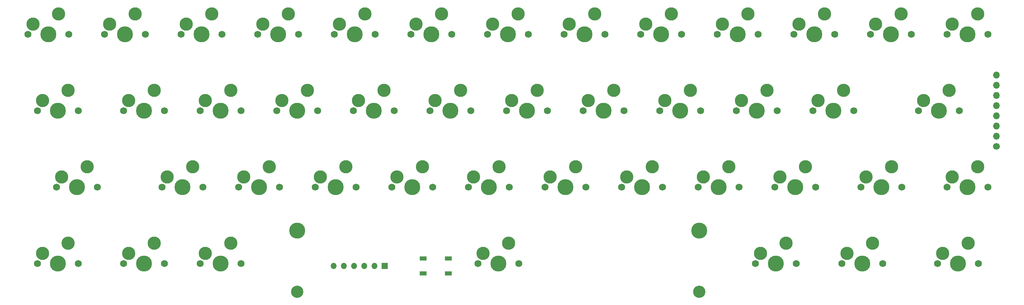
<source format=gbr>
%TF.GenerationSoftware,KiCad,Pcbnew,7.0.1-0*%
%TF.CreationDate,2023-05-30T10:47:41-05:00*%
%TF.ProjectId,pcb,7063622e-6b69-4636-9164-5f7063625858,rev?*%
%TF.SameCoordinates,Original*%
%TF.FileFunction,Soldermask,Top*%
%TF.FilePolarity,Negative*%
%FSLAX46Y46*%
G04 Gerber Fmt 4.6, Leading zero omitted, Abs format (unit mm)*
G04 Created by KiCad (PCBNEW 7.0.1-0) date 2023-05-30 10:47:41*
%MOMM*%
%LPD*%
G01*
G04 APERTURE LIST*
%ADD10C,1.750000*%
%ADD11C,3.987800*%
%ADD12C,3.300000*%
%ADD13O,1.700000X1.700000*%
%ADD14C,1.700000*%
%ADD15C,3.048000*%
%ADD16O,1.524000X1.524000*%
%ADD17R,1.524000X1.524000*%
%ADD18R,1.800000X1.100000*%
G04 APERTURE END LIST*
D10*
%TO.C,MX46*%
X168195762Y-86915698D03*
D11*
X163115762Y-86915698D03*
D10*
X158035762Y-86915698D03*
D12*
X159305762Y-84375698D03*
X165655762Y-81835698D03*
%TD*%
D10*
%TO.C,MX55*%
X151526998Y-105965714D03*
D11*
X146446998Y-105965714D03*
D10*
X141366998Y-105965714D03*
D12*
X142636998Y-103425714D03*
X148986998Y-100885714D03*
%TD*%
D10*
%TO.C,MX47*%
X187245778Y-86915698D03*
D11*
X182165778Y-86915698D03*
D10*
X177085778Y-86915698D03*
D12*
X178355778Y-84375698D03*
X184705778Y-81835698D03*
%TD*%
D13*
%TO.C,J5*%
X270300000Y-58965000D03*
X270300000Y-61505000D03*
X270300000Y-64045000D03*
X270300000Y-66585000D03*
X270300000Y-69125000D03*
X270300000Y-71665000D03*
X270300000Y-74205000D03*
D14*
X270300000Y-76745000D03*
%TD*%
D10*
%TO.C,MX53*%
X41989406Y-105965714D03*
D11*
X36909406Y-105965714D03*
D10*
X31829406Y-105965714D03*
D12*
X33099406Y-103425714D03*
X39449406Y-100885714D03*
%TD*%
D10*
%TO.C,MX54*%
X63420674Y-105965714D03*
D11*
X58340674Y-105965714D03*
D10*
X53260674Y-105965714D03*
D12*
X54530674Y-103425714D03*
X60880674Y-100885714D03*
%TD*%
D10*
%TO.C,MX56*%
X242014574Y-105965714D03*
D11*
X236934574Y-105965714D03*
D10*
X231854574Y-105965714D03*
D12*
X233124574Y-103425714D03*
X239474574Y-100885714D03*
%TD*%
D10*
%TO.C,MX42*%
X91995698Y-86915698D03*
D11*
X86915698Y-86915698D03*
D10*
X81835698Y-86915698D03*
D12*
X83105698Y-84375698D03*
X89455698Y-81835698D03*
%TD*%
D10*
%TO.C,MX57*%
X265827094Y-105965714D03*
D11*
X260747094Y-105965714D03*
D10*
X255667094Y-105965714D03*
D12*
X256937094Y-103425714D03*
X263287094Y-100885714D03*
%TD*%
D10*
%TO.C,MX41*%
X72945682Y-86915698D03*
D11*
X67865682Y-86915698D03*
D10*
X62785682Y-86915698D03*
D12*
X64055682Y-84375698D03*
X70405682Y-81835698D03*
%TD*%
D10*
%TO.C,MX25*%
X249158330Y-48815666D03*
D11*
X244078330Y-48815666D03*
D10*
X238998330Y-48815666D03*
D12*
X240268330Y-46275666D03*
X246618330Y-43735666D03*
%TD*%
D10*
%TO.C,MX22*%
X192008282Y-48815666D03*
D11*
X186928282Y-48815666D03*
D10*
X181848282Y-48815666D03*
D12*
X183118282Y-46275666D03*
X189468282Y-43735666D03*
%TD*%
D10*
%TO.C,MX49*%
X225345810Y-86915698D03*
D11*
X220265810Y-86915698D03*
D10*
X215185810Y-86915698D03*
D12*
X216455810Y-84375698D03*
X222805810Y-81835698D03*
%TD*%
D11*
%TO.C,S1*%
X96440748Y-97710714D03*
D15*
X96440748Y-112950714D03*
D11*
X196453248Y-97710714D03*
D15*
X196453248Y-112950714D03*
%TD*%
D10*
%TO.C,MX19*%
X134858234Y-48815666D03*
D11*
X129778234Y-48815666D03*
D10*
X124698234Y-48815666D03*
D12*
X125968234Y-46275666D03*
X132318234Y-43735666D03*
%TD*%
D10*
%TO.C,MX21*%
X172958266Y-48815666D03*
D11*
X167878266Y-48815666D03*
D10*
X162798266Y-48815666D03*
D12*
X164068266Y-46275666D03*
X170418266Y-43735666D03*
%TD*%
D10*
%TO.C,MX26*%
X82470690Y-105965714D03*
D11*
X77390690Y-105965714D03*
D10*
X72310690Y-105965714D03*
D12*
X73580690Y-103425714D03*
X79930690Y-100885714D03*
%TD*%
D10*
%TO.C,MX16*%
X77708186Y-48815666D03*
D11*
X72628186Y-48815666D03*
D10*
X67548186Y-48815666D03*
D12*
X68818186Y-46275666D03*
X75168186Y-43735666D03*
%TD*%
D10*
%TO.C,MX32*%
X139620738Y-67865682D03*
D11*
X134540738Y-67865682D03*
D10*
X129460738Y-67865682D03*
D12*
X130730738Y-65325682D03*
X137080738Y-62785682D03*
%TD*%
D10*
%TO.C,MX33*%
X158670754Y-67865682D03*
D11*
X153590754Y-67865682D03*
D10*
X148510754Y-67865682D03*
D12*
X149780754Y-65325682D03*
X156130754Y-62785682D03*
%TD*%
D10*
%TO.C,MX37*%
X234870818Y-67865682D03*
D11*
X229790818Y-67865682D03*
D10*
X224710818Y-67865682D03*
D12*
X225980818Y-65325682D03*
X232330818Y-62785682D03*
%TD*%
D10*
%TO.C,MX34*%
X177720770Y-67865682D03*
D11*
X172640770Y-67865682D03*
D10*
X167560770Y-67865682D03*
D12*
X168830770Y-65325682D03*
X175180770Y-62785682D03*
%TD*%
D10*
%TO.C,MX28*%
X63420674Y-67865682D03*
D11*
X58340674Y-67865682D03*
D10*
X53260674Y-67865682D03*
D12*
X54530674Y-65325682D03*
X60880674Y-62785682D03*
%TD*%
D10*
%TO.C,MX45*%
X149145746Y-86915698D03*
D11*
X144065746Y-86915698D03*
D10*
X138985746Y-86915698D03*
D12*
X140255746Y-84375698D03*
X146605746Y-81835698D03*
%TD*%
D10*
%TO.C,MX29*%
X82470690Y-67865682D03*
D11*
X77390690Y-67865682D03*
D10*
X72310690Y-67865682D03*
D12*
X73580690Y-65325682D03*
X79930690Y-62785682D03*
%TD*%
D10*
%TO.C,MX18*%
X115808218Y-48815666D03*
D11*
X110728218Y-48815666D03*
D10*
X105648218Y-48815666D03*
D12*
X106918218Y-46275666D03*
X113268218Y-43735666D03*
%TD*%
D10*
%TO.C,MX24*%
X230108314Y-48815666D03*
D11*
X225028314Y-48815666D03*
D10*
X219948314Y-48815666D03*
D12*
X221218314Y-46275666D03*
X227568314Y-43735666D03*
%TD*%
D10*
%TO.C,MX43*%
X111045714Y-86915698D03*
D11*
X105965714Y-86915698D03*
D10*
X100885714Y-86915698D03*
D12*
X102155714Y-84375698D03*
X108505714Y-81835698D03*
%TD*%
D10*
%TO.C,MX13*%
X268208346Y-48815666D03*
D11*
X263128346Y-48815666D03*
D10*
X258048346Y-48815666D03*
D12*
X259318346Y-46275666D03*
X265668346Y-43735666D03*
%TD*%
D10*
%TO.C,MX36*%
X215820802Y-67865682D03*
D11*
X210740802Y-67865682D03*
D10*
X205660802Y-67865682D03*
D12*
X206930802Y-65325682D03*
X213280802Y-62785682D03*
%TD*%
D10*
%TO.C,MX30*%
X101520706Y-67865682D03*
D11*
X96440706Y-67865682D03*
D10*
X91360706Y-67865682D03*
D12*
X92630706Y-65325682D03*
X98980706Y-62785682D03*
%TD*%
D10*
%TO.C,MX39*%
X220583306Y-105965714D03*
D11*
X215503306Y-105965714D03*
D10*
X210423306Y-105965714D03*
D12*
X211693306Y-103425714D03*
X218043306Y-100885714D03*
%TD*%
D10*
%TO.C,MX35*%
X196770786Y-67865682D03*
D11*
X191690786Y-67865682D03*
D10*
X186610786Y-67865682D03*
D12*
X187880786Y-65325682D03*
X194230786Y-62785682D03*
%TD*%
D10*
%TO.C,MX15*%
X58658170Y-48815666D03*
D11*
X53578170Y-48815666D03*
D10*
X48498170Y-48815666D03*
D12*
X49768170Y-46275666D03*
X56118170Y-43735666D03*
%TD*%
D10*
%TO.C,MX48*%
X206295794Y-86915698D03*
D11*
X201215794Y-86915698D03*
D10*
X196135794Y-86915698D03*
D12*
X197405794Y-84375698D03*
X203755794Y-81835698D03*
%TD*%
D10*
%TO.C,MX31*%
X120570722Y-67865682D03*
D11*
X115490722Y-67865682D03*
D10*
X110410722Y-67865682D03*
D12*
X111680722Y-65325682D03*
X118030722Y-62785682D03*
%TD*%
D10*
%TO.C,MX17*%
X96758202Y-48815666D03*
D11*
X91678202Y-48815666D03*
D10*
X86598202Y-48815666D03*
D12*
X87868202Y-46275666D03*
X94218202Y-43735666D03*
%TD*%
D10*
%TO.C,MX51*%
X268208346Y-86915698D03*
D11*
X263128346Y-86915698D03*
D10*
X258048346Y-86915698D03*
D12*
X259318346Y-84375698D03*
X265668346Y-81835698D03*
%TD*%
D10*
%TO.C,MX44*%
X130095730Y-86915698D03*
D11*
X125015730Y-86915698D03*
D10*
X119935730Y-86915698D03*
D12*
X121205730Y-84375698D03*
X127555730Y-81835698D03*
%TD*%
D10*
%TO.C,MX27*%
X41989406Y-67865682D03*
D11*
X36909406Y-67865682D03*
D10*
X31829406Y-67865682D03*
D12*
X33099406Y-65325682D03*
X39449406Y-62785682D03*
%TD*%
D10*
%TO.C,MX40*%
X46751910Y-86915698D03*
D11*
X41671910Y-86915698D03*
D10*
X36591910Y-86915698D03*
D12*
X37861910Y-84375698D03*
X44211910Y-81835698D03*
%TD*%
D10*
%TO.C,MX23*%
X211058298Y-48815666D03*
D11*
X205978298Y-48815666D03*
D10*
X200898298Y-48815666D03*
D12*
X202168298Y-46275666D03*
X208518298Y-43735666D03*
%TD*%
D10*
%TO.C,MX50*%
X246777078Y-86915698D03*
D11*
X241697078Y-86915698D03*
D10*
X236617078Y-86915698D03*
D12*
X237887078Y-84375698D03*
X244237078Y-81835698D03*
%TD*%
D10*
%TO.C,MX20*%
X153908250Y-48815666D03*
D11*
X148828250Y-48815666D03*
D10*
X143748250Y-48815666D03*
D12*
X145018250Y-46275666D03*
X151368250Y-43735666D03*
%TD*%
D16*
%TO.C,J2*%
X105474984Y-106550000D03*
X115634984Y-106550000D03*
X110554984Y-106550000D03*
X108014984Y-106550000D03*
X113094984Y-106550000D03*
D17*
X118174984Y-106550000D03*
%TD*%
D18*
%TO.C,SW1*%
X133975000Y-104700000D03*
X127775000Y-108400000D03*
X133975000Y-108400000D03*
X127775000Y-104700000D03*
%TD*%
D10*
%TO.C,MX38*%
X261064590Y-67865682D03*
D11*
X255984590Y-67865682D03*
D10*
X250904590Y-67865682D03*
D12*
X252174590Y-65325682D03*
X258524590Y-62785682D03*
%TD*%
D10*
%TO.C,MX14*%
X39608154Y-48815666D03*
D11*
X34528154Y-48815666D03*
D10*
X29448154Y-48815666D03*
D12*
X30718154Y-46275666D03*
X37068154Y-43735666D03*
%TD*%
M02*

</source>
